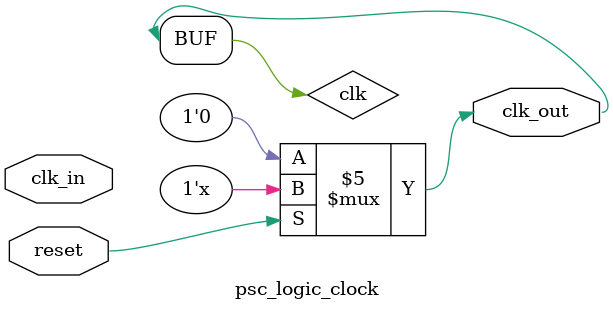
<source format=v>
module psc_logic_clock (
	input  wire clk_in,
	input  wire reset,
	output wire clk_out
);

	reg is_reset = 1'b0;
	reg clk      = 1'b0;
	
	assign clk_out = clk;
	always @(clk_in or reset) begin
		if (reset)
			is_reset <= 1'b1;
		else begin
			if (is_reset)
				clk <= clk_in;
			else
				clk <= 1'b0;
		end
	end

endmodule
</source>
